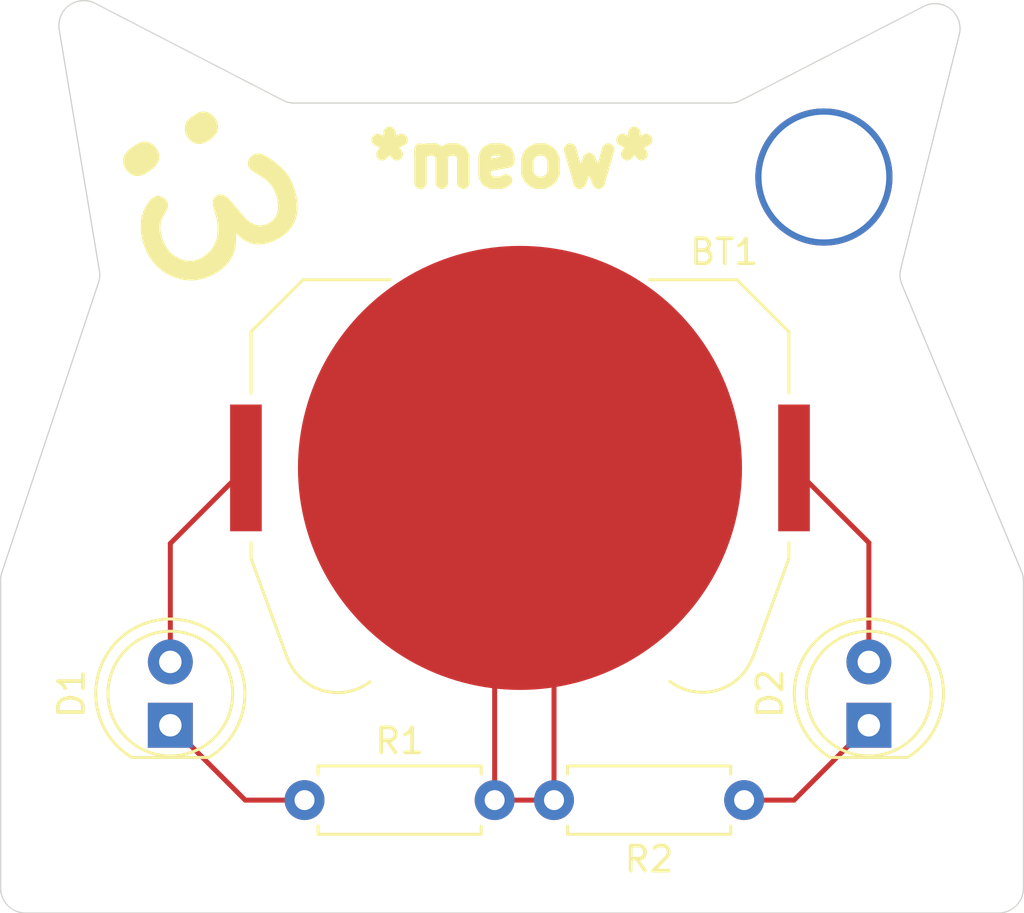
<source format=kicad_pcb>
(kicad_pcb (version 20241229) (generator "pcbnew") (generator_version "9.0")
  (layers (0 "F.Cu" signal) (2 "B.Cu" signal) (13 "F.Paste" user) (15 "B.Paste" user) (5 "F.SilkS" user "F.Silkscreen") (7 "B.SilkS" user "B.Silkscreen") (1 "F.Mask" user) (3 "B.Mask" user) (25 "Edge.Cuts" user))
  (net 0 "")
  (net 1 "Net-(BT1-+)")
  (net 2 "Net-(BT1--)")
  (net 3 "Net-(D1-K)")
  (net 4 "Net-(D2-K)")
  (footprint "Resistor_THT:R_Axial_DIN0207_L6.3mm_D2.5mm_P7.62mm_Horizontal" (layer "F.Cu") (at 109.3025 81.97565 180)
    (property "Reference" "R2" (at 3.81 -2.37 0) (layer "F.SilkS"))
    (property "Value" "R")
    (fp_line (start 7.08 1.37) (end 7.08 1.04) (stroke (width 0.12)) (layer "F.SilkS"))
    (fp_line (start 7.08 -1.37) (end 7.08 -1.04) (stroke (width 0.12)) (layer "F.SilkS"))
    (fp_line (start 0.54 1.37) (end 7.08 1.37) (stroke (width 0.12)) (layer "F.SilkS"))
    (fp_line (start 0.54 1.04) (end 0.54 1.37) (stroke (width 0.12)) (layer "F.SilkS"))
    (fp_line (start 0.54 -1.04) (end 0.54 -1.37) (stroke (width 0.12)) (layer "F.SilkS"))
    (fp_line (start 0.54 -1.37) (end 7.08 -1.37) (stroke (width 0.12)) (layer "F.SilkS"))
    (pad "1" thru_hole circle (at 0 0 180) (size 1.6 1.6) (drill 0.8) (layers "*.Cu" "*.Mask") (net 4 "Net-(D2-K)"))
    (pad "2" thru_hole oval (at 7.62 0 180) (size 1.6 1.6) (drill 0.8) (layers "*.Cu" "*.Mask") (net 2 "Net-(BT1--)"))
  )
  (footprint "LED_THT:LED_D5.0mm" (layer "F.Cu") (at 86.3025 78.97565 90)
    (property "Reference" "D1" (at 1.27 -3.96 90) (layer "F.SilkS"))
    (property "Value" "LED")
    (fp_line (start -1.29 -1.545) (end -1.29 1.545) (stroke (width 0.12)) (layer "F.SilkS"))
    (fp_arc (start -1.29 -1.54483) (mid 2.071756 -2.880501) (end 4.26 -0.000048) (stroke (width 0.12)) (layer "F.SilkS"))
    (fp_arc (start 4.26 0.000048) (mid 2.071756 2.880501) (end -1.29 1.54483) (stroke (width 0.12)) (layer "F.SilkS"))
    (fp_circle (center 1.27 0) (end 3.77 0) (stroke (width 0.12)) (fill no) (layer "F.SilkS"))
    (pad "1" thru_hole rect (at 0 0 90) (size 1.8 1.8) (drill 0.9) (layers "*.Cu" "*.Mask") (net 3 "Net-(D1-K)"))
    (pad "2" thru_hole circle (at 2.54 0 90) (size 1.8 1.8) (drill 0.9) (layers "*.Cu" "*.Mask") (net 1 "Net-(BT1-+)"))
  )
  (footprint "LED_THT:LED_D5.0mm" (layer "F.Cu") (at 114.3025 78.97565 90)
    (property "Reference" "D2" (at 1.27 -3.96 90) (layer "F.SilkS"))
    (property "Value" "LED")
    (fp_line (start -1.29 -1.545) (end -1.29 1.545) (stroke (width 0.12)) (layer "F.SilkS"))
    (fp_arc (start -1.29 -1.54483) (mid 2.071756 -2.880501) (end 4.26 -0.000048) (stroke (width 0.12)) (layer "F.SilkS"))
    (fp_arc (start 4.26 0.000048) (mid 2.071756 2.880501) (end -1.29 1.54483) (stroke (width 0.12)) (layer "F.SilkS"))
    (fp_circle (center 1.27 0) (end 3.77 0) (stroke (width 0.12)) (fill no) (layer "F.SilkS"))
    (pad "1" thru_hole rect (at 0 0 90) (size 1.8 1.8) (drill 0.9) (layers "*.Cu" "*.Mask") (net 4 "Net-(D2-K)"))
    (pad "2" thru_hole circle (at 2.54 0 90) (size 1.8 1.8) (drill 0.9) (layers "*.Cu" "*.Mask") (net 1 "Net-(BT1-+)"))
  )
  (footprint "LOGO" (layer "F.Cu") (at 88 57.5)
    (property "Reference" "G***" (hide yes))
    (property "Value" "LOGO" (hide yes))
    (fp_poly (pts (xy -0.26849 -3.120354) (xy -0.172246 -3.09147) (xy -0.081539 -3.043431) (xy 0.003447 -2.976321) (xy 0.030797 -2.94939) (xy 0.080876 -2.89173) (xy 0.121886 -2.830529) (xy 0.157277 -2.759978) (xy 0.184915 -2.69) (xy 0.211646 -2.589029) (xy 0.218657 -2.489815) (xy 0.206198 -2.39305) (xy 0.174521 -2.299427) (xy 0.123877 -2.209636) (xy 0.054516 -2.12437) (xy -0.03331 -2.04432) (xy -0.05565 -2.027054) (xy -0.113835 -1.986487) (xy -0.17938 -1.945912) (xy -0.247542 -1.907858) (xy -0.31358 -1.874853) (xy -0.372751 -1.849424) (xy -0.415162 -1.835379) (xy -0.476023 -1.824871) (xy -0.545124 -1.821398) (xy -0.614227 -1.82484) (xy -0.675092 -1.835082) (xy -0.69 -1.839299) (xy -0.778219 -1.874385) (xy -0.854284 -1.920938) (xy -0.920687 -1.978905) (xy -0.994429 -2.065738) (xy -1.051573 -2.160309) (xy -1.0917 -2.260493) (xy -1.114386 -2.364163) (xy -1.11921 -2.469195) (xy -1.105751 -2.573463) (xy -1.073587 -2.674841) (xy -1.063324 -2.697897) (xy -1.032272 -2.748866) (xy -0.987796 -2.802159) (xy -0.935004 -2.852588) (xy -0.879007 -2.894962) (xy -0.855 -2.909532) (xy -0.818741 -2.93111) (xy -0.774263 -2.959591) (xy -0.729384 -2.989921) (xy -0.715 -3.000058) (xy -0.642892 -3.048768) (xy -0.5799 -3.084394) (xy -0.521623 -3.108596) (xy -0.46366 -3.123031) (xy -0.40161 -3.129357) (xy -0.370087 -3.13)) (fill yes) (layer "F.SilkS"))
    (fp_poly (pts (xy -2.649924 -1.919989) (xy -2.640193 -1.918057) (xy -2.534028 -1.886375) (xy -2.437906 -1.837524) (xy -2.352377 -1.771939) (xy -2.27799 -1.690054) (xy -2.215294 -1.592303) (xy -2.206274 -1.575) (xy -2.163931 -1.472308) (xy -2.141538 -1.370892) (xy -2.139094 -1.270623) (xy -2.156599 -1.171374) (xy -2.19405 -1.073015) (xy -2.203116 -1.055) (xy -2.229464 -1.01415) (xy -2.268791 -0.96549) (xy -2.31758 -0.912526) (xy -2.37232 -0.858764) (xy -2.429496 -0.807709) (xy -2.485594 -0.762867) (xy -2.520839 -0.738036) (xy -2.591011 -0.693957) (xy -2.664023 -0.651858) (xy -2.73524 -0.614183) (xy -2.800027 -0.583375) (xy -2.853749 -0.561878) (xy -2.857185 -0.560715) (xy -2.902647 -0.550161) (xy -2.960546 -0.543267) (xy -3.023593 -0.540399) (xy -3.084499 -0.541919) (xy -3.13 -0.547083) (xy -3.149936 -0.553245) (xy -3.182202 -0.566059) (xy -3.22123 -0.58325) (xy -3.24 -0.592039) (xy -3.325868 -0.643708) (xy -3.403678 -0.711657) (xy -3.471164 -0.793022) (xy -3.526057 -0.884938) (xy -3.56609 -0.984542) (xy -3.574633 -1.014601) (xy -3.587768 -1.093371) (xy -3.589441 -1.177375) (xy -3.579911 -1.258656) (xy -3.564919 -1.314894) (xy -3.524625 -1.401619) (xy -3.465606 -1.488052) (xy -3.389122 -1.573038) (xy -3.29643 -1.655423) (xy -3.188787 -1.734052) (xy -3.067452 -1.80777) (xy -2.976304 -1.855219) (xy -2.898138 -1.890487) (xy -2.830869 -1.913766) (xy -2.770045 -1.925888) (xy -2.711214 -1.927685)) (fill yes) (layer "F.SilkS"))
    (fp_poly (pts (xy 1.913025 -1.432952) (xy 2.00512 -1.405996) (xy 2.104498 -1.363359) (xy 2.211829 -1.304795) (xy 2.327782 -1.230059) (xy 2.453027 -1.138905) (xy 2.588233 -1.031087) (xy 2.595 -1.025476) (xy 2.67648 -0.954518) (xy 2.758349 -0.877158) (xy 2.83762 -0.796612) (xy 2.911303 -0.716095) (xy 2.976411 -0.638822) (xy 3.029957 -0.568009) (xy 3.054917 -0.530559) (xy 3.0953 -0.459958) (xy 3.138221 -0.374204) (xy 3.181817 -0.277656) (xy 3.22423 -0.174672) (xy 3.263599 -0.069611) (xy 3.298063 0.03317) (xy 3.304587 0.054331) (xy 3.351891 0.235289) (xy 3.384006 0.414726) (xy 3.400881 0.59066) (xy 3.402463 0.76111) (xy 3.388702 0.924092) (xy 3.359546 1.077625) (xy 3.33361 1.167521) (xy 3.272326 1.322483) (xy 3.194619 1.466207) (xy 3.100444 1.598735) (xy 2.98976 1.720106) (xy 2.862525 1.830358) (xy 2.718694 1.929532) (xy 2.558226 2.017667) (xy 2.381079 2.094802) (xy 2.301303 2.124064) (xy 2.172877 2.163013) (xy 2.048885 2.187922) (xy 1.921045 2.200193) (xy 1.84 2.202071) (xy 1.778139 2.201604) (xy 1.729898 2.199717) (xy 1.688909 2.195683) (xy 1.648804 2.188772) (xy 1.603213 2.178254) (xy 1.579637 2.172261) (xy 1.445947 2.128869) (xy 1.318757 2.069066) (xy 1.196213 1.991781) (xy 1.076459 1.895944) (xy 1.034902 1.857858) (xy 0.941203 1.769182) (xy 0.941668 1.957091) (xy 0.938065 2.106761) (xy 0.925955 2.241815) (xy 0.904556 2.366082) (xy 0.873092 2.483394) (xy 0.830781 2.597578) (xy 0.795608 2.675) (xy 0.72079 2.810521) (xy 0.632659 2.935742) (xy 0.529703 3.05233) (xy 0.410409 3.161953) (xy 0.273265 3.266278) (xy 0.236243 3.291572) (xy 0.063321 3.396413) (xy -0.115992 3.484017) (xy -0.299736 3.553585) (xy -0.485952 3.604316) (xy -0.57 3.62078) (xy -0.626673 3.628822) (xy -0.694057 3.635716) (xy -0.766812 3.641169) (xy -0.839598 3.644891) (xy -0.907075 3.64659) (xy -0.963902 3.645976) (xy -0.995 3.64396) (xy -1.121488 3.628833) (xy -1.22888 3.611425) (xy -1.289271 3.598724) (xy -1.487334 3.542784) (xy -1.674019 3.470437) (xy -1.849015 3.381935) (xy -2.012012 3.27753) (xy -2.162697 3.157473) (xy -2.300759 3.022019) (xy -2.425887 2.871418) (xy -2.537768 2.705923) (xy -2.636092 2.525787) (xy -2.650114 2.496537) (xy -2.712686 2.354712) (xy -2.764601 2.216257) (xy -2.807691 2.075253) (xy -2.843785 1.92578) (xy -2.87165 1.78) (xy -2.876794 1.737153) (xy -2.880656 1.678993) (xy -2.883237 1.609906) (xy -2.884536 1.534276) (xy -2.884555 1.456488) (xy -2.883295 1.380927) (xy -2.880754 1.311977) (xy -2.876935 1.254024) (xy -2.871837 1.211451) (xy -2.871584 1.21) (xy -2.832047 1.032701) (xy -2.778876 0.869488) (xy -2.711626 0.719414) (xy -2.629854 0.581529) (xy -2.533116 0.454886) (xy -2.500921 0.418739) (xy -2.443115 0.3607) (xy -2.389562 0.317812) (xy -2.335911 0.287171) (xy -2.27781 0.265872) (xy -2.267697 0.263108) (xy -2.225737 0.253613) (xy -2.191504 0.250754) (xy -2.15404 0.254033) (xy -2.134806 0.257105) (xy -2.045699 0.282047) (xy -1.966051 0.324022) (xy -1.897681 0.381655) (xy -1.84241 0.453576) (xy -1.820419 0.494123) (xy -1.802106 0.536005) (xy -1.792141 0.570763) (xy -1.788236 0.608213) (xy -1.787843 0.633847) (xy -1.789425 0.673032) (xy -1.794814 0.710132) (xy -1.805243 0.748296) (xy -1.821942 0.790675) (xy -1.846141 0.840419) (xy -1.879071 0.900677) (xy -1.919084 0.969716) (xy -1.951478 1.026248) (xy -1.982554 1.083298) (xy -2.009818 1.136082) (xy -2.030773 1.179813) (xy -2.040029 1.201636) (xy -2.076954 1.32507) (xy -2.095499 1.455849) (xy -2.095704 1.59352) (xy -2.077604 1.737627) (xy -2.041238 1.887715) (xy -1.986642 2.043329) (xy -1.967156 2.09) (xy -1.897924 2.233462) (xy -1.821198 2.359551) (xy -1.73535 2.470014) (xy -1.638754 2.566596) (xy -1.529782 2.651045) (xy -1.406809 2.725108) (xy -1.347936 2.754812) (xy -1.257292 2.794964) (xy -1.175012 2.823693) (xy -1.094411 2.842746) (xy -1.008806 2.853875) (xy -0.95646 2.857285) (xy -0.839559 2.856566) (xy -0.73061 2.842165) (xy -0.624715 2.812913) (xy -0.516978 2.767636) (xy -0.461384 2.738894) (xy -0.32219 2.652882) (xy -0.199465 2.555627) (xy -0.092934 2.446763) (xy -0.002321 2.325925) (xy 0.072651 2.192747) (xy 0.132256 2.046861) (xy 0.175392 1.894011) (xy 0.182885 1.849223) (xy 0.189063 1.789155) (xy 0.193791 1.718493) (xy 0.196935 1.641923) (xy 0.198361 1.564131) (xy 0.197932 1.489802) (xy 0.195514 1.423621) (xy 0.190974 1.370275) (xy 0.190546 1.366936) (xy 0.170638 1.245559) (xy 0.141774 1.112296) (xy 0.105213 0.972453) (xy 0.066602 0.84484) (xy 0.047687 0.783911) (xy 0.030398 0.723927) (xy 0.016042 0.669753) (xy 0.005928 0.626253) (xy 0.002083 0.60484) (xy -0.002724 0.512653) (xy 0.009229 0.430088) (xy 0.037595 0.357898) (xy 0.082025 0.296839) (xy 0.14217 0.247666) (xy 0.175757 0.22888) (xy 0.217011 0.210463) (xy 0.252363 0.200535) (xy 0.292363 0.196599) (xy 0.314233 0.196122) (xy 0.351177 0.196653) (xy 0.380477 0.200211) (xy 0.409053 0.20861) (xy 0.443827 0.223663) (xy 0.472412 0.237567) (xy 0.563301 0.292369) (xy 0.624216 0.342327) (xy 0.64402 0.362557) (xy 0.675021 0.396397) (xy 0.715663 0.442054) (xy 0.764388 0.497737) (xy 0.819636 0.561651) (xy 0.879849 0.632004) (xy 0.943471 0.707002) (xy 1.008942 0.784853) (xy 1.013041 0.789751) (xy 1.105288 0.899405) (xy 1.185543 0.99355) (xy 1.25407 1.072481) (xy 1.311132 1.136496) (xy 1.356991 1.185891) (xy 1.391911 1.220962) (xy 1.408988 1.236319) (xy 1.51473 1.314291) (xy 1.622464 1.373461) (xy 1.731402 1.413602) (xy 1.840758 1.434483) (xy 1.949748 1.435877) (xy 2.043769 1.421033) (xy 2.164997 1.383049) (xy 2.273501 1.330461) (xy 2.368593 1.263799) (xy 2.449582 1.183594) (xy 2.515781 1.090377) (xy 2.545049 1.035) (xy 2.572296 0.973767) (xy 2.591538 0.920244) (xy 2.604811 0.866839) (xy 2.614148 0.805958) (xy 2.61906 0.758905) (xy 2.621829 0.636983) (xy 2.609295 0.506952) (xy 2.58251 0.372216) (xy 2.542524 0.236178) (xy 2.490391 0.102239) (xy 2.427162 -0.026197) (xy 2.353889 -0.145727) (xy 2.32826 -0.181855) (xy 2.2905 -0.230331) (xy 2.250336 -0.275585) (xy 2.205534 -0.319437) (xy 2.153858 -0.363705) (xy 2.093074 -0.410206) (xy 2.020946 -0.460759) (xy 1.935241 -0.517183) (xy 1.849103 -0.571707) (xy 1.759576 -0.627896) (xy 1.685486 -0.675145) (xy 1.625109 -0.71479) (xy 1.576723 -0.748165) (xy 1.538605 -0.776605) (xy 1.509032 -0.801446) (xy 1.486281 -0.824021) (xy 1.468629 -0.845666) (xy 1.454354 -0.867715) (xy 1.445169 -0.884649) (xy 1.430728 -0.914836) (xy 1.421784 -0.940836) (xy 1.417047 -0.969261) (xy 1.415228 -1.006725) (xy 1.415 -1.039349) (xy 1.415624 -1.086494) (xy 1.418444 -1.120786) (xy 1.424881 -1.149359) (xy 1.436355 -1.179344) (xy 1.447878 -1.204433) (xy 1.486514 -1.27494) (xy 1.529268 -1.32973) (xy 1.579761 -1.373078) (xy 1.604097 -1.388871) (xy 1.67375 -1.422186) (xy 1.74801 -1.440801) (xy 1.827545 -1.444472)) (fill yes) (layer "F.SilkS"))
  )
  (footprint "Resistor_THT:R_Axial_DIN0207_L6.3mm_D2.5mm_P7.62mm_Horizontal" (layer "F.Cu") (at 91.6825 81.97565)
    (property "Reference" "R1" (at 3.81 -2.37 0) (layer "F.SilkS"))
    (property "Value" "R")
    (fp_line (start 0.54 -1.37) (end 7.08 -1.37) (stroke (width 0.12)) (layer "F.SilkS"))
    (fp_line (start 0.54 -1.04) (end 0.54 -1.37) (stroke (width 0.12)) (layer "F.SilkS"))
    (fp_line (start 0.54 1.04) (end 0.54 1.37) (stroke (width 0.12)) (layer "F.SilkS"))
    (fp_line (start 0.54 1.37) (end 7.08 1.37) (stroke (width 0.12)) (layer "F.SilkS"))
    (fp_line (start 7.08 -1.37) (end 7.08 -1.04) (stroke (width 0.12)) (layer "F.SilkS"))
    (fp_line (start 7.08 1.37) (end 7.08 1.04) (stroke (width 0.12)) (layer "F.SilkS"))
    (pad "1" thru_hole circle (at 0 0) (size 1.6 1.6) (drill 0.8) (layers "*.Cu" "*.Mask") (net 3 "Net-(D1-K)"))
    (pad "2" thru_hole oval (at 7.62 0) (size 1.6 1.6) (drill 0.8) (layers "*.Cu" "*.Mask") (net 2 "Net-(BT1--)"))
  )
  (footprint "Battery:BatteryHolder_Keystone_3034_1x20mm" (layer "F.Cu") (at 100.3175 68.65935)
    (property "Reference" "BT1" (at 8.1825 -8.65935 0) (layer "F.SilkS"))
    (property "Value" "Battery_Cell")
    (fp_line (start -10.78 -5.46) (end -10.78 -3) (stroke (width 0.12)) (layer "F.SilkS"))
    (fp_line (start -10.78 3) (end -10.78 3.63) (stroke (width 0.12)) (layer "F.SilkS"))
    (fp_line (start -10.78 3.63) (end -9.34 7.58) (stroke (width 0.12)) (layer "F.SilkS"))
    (fp_line (start -8.7 -7.54) (end -10.78 -5.46) (stroke (width 0.12)) (layer "F.SilkS"))
    (fp_line (start -5.2 -7.54) (end -8.7 -7.54) (stroke (width 0.12)) (layer "F.SilkS"))
    (fp_line (start 8.7 -7.54) (end 5.2 -7.54) (stroke (width 0.12)) (layer "F.SilkS"))
    (fp_line (start 8.7 -7.54) (end 10.78 -5.46) (stroke (width 0.12)) (layer "F.SilkS"))
    (fp_line (start 10.78 -5.46) (end 10.78 -3) (stroke (width 0.12)) (layer "F.SilkS"))
    (fp_line (start 10.78 3) (end 10.78 3.63) (stroke (width 0.12)) (layer "F.SilkS"))
    (fp_line (start 10.78 3.63) (end 9.34 7.58) (stroke (width 0.12)) (layer "F.SilkS"))
    (fp_arc (start -6.003354 8.56653) (mid -7.921654 8.918738) (end -9.34 7.58) (stroke (width 0.12)) (layer "F.SilkS"))
    (fp_arc (start 9.325243 7.588169) (mid 7.90634 8.911668) (end 6 8.55) (stroke (width 0.12)) (layer "F.SilkS"))
    (pad "1" smd rect (at -10.985 0) (size 1.27 5.08) (layers "F.Cu" "F.Mask" "F.Paste") (net 1 "Net-(BT1-+)"))
    (pad "1" smd rect (at 10.985 0) (size 1.27 5.08) (layers "F.Cu" "F.Mask" "F.Paste") (net 1 "Net-(BT1-+)"))
    (pad "2" smd circle (at 0 0) (size 17.8 17.8) (layers "F.Cu" "F.Mask") (net 2 "Net-(BT1--)"))
  )
  (gr_arc (start 115.627408 61.30578) (mid 115.553301 60.996002) (end 115.580343 60.678629) (stroke (width 0.05)) (layer "Edge.Cuts"))
  (gr_arc (start 116.455987 50.183376) (mid 117.558588 50.25001) (end 117.927166 51.291338) (stroke (width 0.05)) (layer "Edge.Cuts"))
  (gr_arc (start 120.423077 72.815385) (mid 120.480581 73.003884) (end 120.5 73.2) (stroke (width 0.05)) (layer "Edge.Cuts"))
  (gr_line (start 120.5 85.5) (end 120.5 73.2) (stroke (width 0.05)) (layer "Edge.Cuts"))
  (gr_arc (start 79.5 73.162278) (mid 79.512916 73.002096) (end 79.551317 72.84605) (stroke (width 0.05)) (layer "Edge.Cuts"))
  (gr_line (start 115.580343 60.678629) (end 117.927166 51.291338) (stroke (width 0.05)) (layer "Edge.Cuts"))
  (gr_line (start 120.423077 72.815385) (end 115.627408 61.30578) (stroke (width 0.05)) (layer "Edge.Cuts"))
  (gr_line (start 108.731409 54.034239) (end 91.268591 54.034229) (stroke (width 0.05)) (layer "Edge.Cuts"))
  (gr_arc (start 120.5 85.5) (mid 120.207107 86.207107) (end 119.5 86.5) (stroke (width 0.05)) (layer "Edge.Cuts"))
  (gr_arc (start 81.848819 51.092917) (mid 82.265978 50.106343) (end 83.336249 50.063092) (stroke (width 0.05)) (layer "Edge.Cuts"))
  (gr_line (start 90.767555 53.899655) (end 83.336249 50.063092) (stroke (width 0.05)) (layer "Edge.Cuts"))
  (gr_line (start 81.848819 51.092917) (end 83.459167 60.755003) (stroke (width 0.05)) (layer "Edge.Cuts"))
  (gr_arc (start 109.232445 53.899653) (mid 108.990806 54) (end 108.731409 54.034227) (stroke (width 0.05)) (layer "Edge.Cuts"))
  (gr_line (start 79.5 73.162278) (end 79.5 85.5) (stroke (width 0.05)) (layer "Edge.Cuts"))
  (gr_line (start 83.421457 61.23563) (end 79.551317 72.84605) (stroke (width 0.05)) (layer "Edge.Cuts"))
  (gr_arc (start 80.5 86.5) (mid 79.792893 86.207107) (end 79.5 85.5) (stroke (width 0.05)) (layer "Edge.Cuts"))
  (gr_line (start 116.455987 50.183376) (end 109.232445 53.899653) (stroke (width 0.05)) (layer "Edge.Cuts"))
  (gr_arc (start 83.459167 60.755003) (mid 83.469709 60.997623) (end 83.421457 61.23563) (stroke (width 0.05)) (layer "Edge.Cuts"))
  (gr_line (start 80.5 86.5) (end 119.5 86.5) (stroke (width 0.05)) (layer "Edge.Cuts"))
  (gr_arc (start 91.268591 54.034229) (mid 91.009194 54) (end 90.767555 53.899655) (stroke (width 0.05)) (layer "Edge.Cuts"))
  (gr_text "*meow*" (at 94 57.5 0) (layer "F.SilkS") (effects (font (size 2 2) (thickness 0.5) (bold yes)) (justify left bottom)))
  (via (at 112.5 57) (size 5.5) (drill 5) (layers "F.Cu" "B.Cu") (net 0))
  (segment (start 86.3025 76.43565) (end 86.3025 71.68935) (width 0.2) (layer "F.Cu") (net 1))
  (segment (start 114.3025 76.43565) (end 114.3025 71.65935) (width 0.2) (layer "F.Cu") (net 1))
  (segment (start 86.3025 71.68935) (end 89.3325 68.65935) (width 0.2) (layer "F.Cu") (net 1))
  (segment (start 114.3025 71.65935) (end 111.3025 68.65935) (width 0.2) (layer "F.Cu") (net 1))
  (segment (start 99.3025 81.97565) (end 99.3025 69.67435) (width 0.2) (layer "F.Cu") (net 2))
  (segment (start 99.3025 69.67435) (end 100.3175 68.65935) (width 0.2) (layer "F.Cu") (net 2))
  (segment (start 101.6825 81.97565) (end 101.6825 70.02435) (width 0.2) (layer "F.Cu") (net 2))
  (segment (start 101.6825 81.97565) (end 99.3025 81.97565) (width 0.2) (layer "F.Cu") (net 2))
  (segment (start 101.6825 70.02435) (end 100.3175 68.65935) (width 0.2) (layer "F.Cu") (net 2))
  (segment (start 89.3025 81.97565) (end 86.3025 78.97565) (width 0.2) (layer "F.Cu") (net 3))
  (segment (start 91.6825 81.97565) (end 89.3025 81.97565) (width 0.2) (layer "F.Cu") (net 3))
  (segment (start 111.3025 81.97565) (end 114.3025 78.97565) (width 0.2) (layer "F.Cu") (net 4))
  (segment (start 109.3025 81.97565) (end 111.3025 81.97565) (width 0.2) (layer "F.Cu") (net 4))
)
</source>
